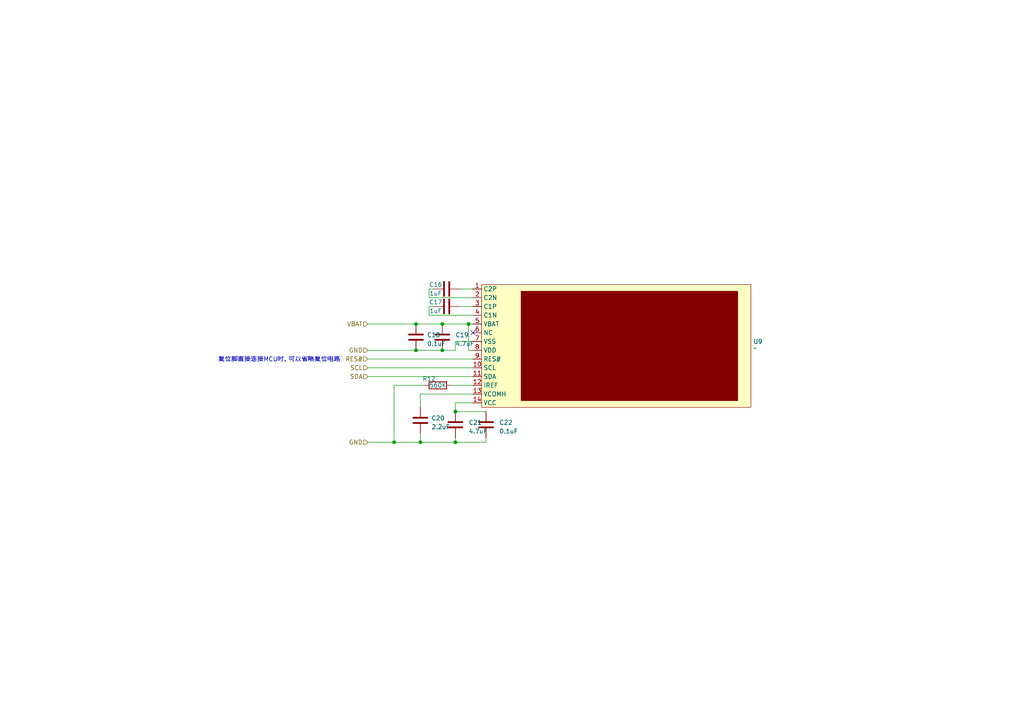
<source format=kicad_sch>
(kicad_sch (version 20231120) (generator "eeschema") (generator_version "8.0")
  (paper "A4")
  (lib_symbols
    (symbol "Device:C" (pin_numbers hide) (pin_names (offset 0.254))
      (property "Reference" "C" (at 0.635 2.54 0))
      (property "Value" "C" (at 0.635 -2.54 0))
      (symbol "C_0_1"
        (polyline (pts (xy -2.032 -0.762) (xy 2.032 -0.762)) (stroke (width 0.508)))
        (polyline (pts (xy -2.032 0.762) (xy 2.032 0.762)) (stroke (width 0.508)))
      )
      (symbol "C_1_1"
        (pin passive line (at 0 3.81 270) (length 2.794) (name "~") (number "1"))
        (pin passive line (at 0 -3.81 90) (length 2.794) (name "~") (number "2"))
      )
    )
    (symbol "Device:R" (pin_numbers hide) (pin_names (offset 0))
      (property "Reference" "R" (at 2.032 0 90))
      (property "Value" "R" (at 0 0 90))
      (symbol "R_0_1"
        (rectangle (start -1.016 -2.54) (end 1.016 2.54) (stroke (width 0.254)))
      )
      (symbol "R_1_1"
        (pin passive line (at 0 3.81 270) (length 1.27) (name "~") (number "1"))
        (pin passive line (at 0 -3.81 90) (length 1.27) (name "~") (number "2"))
      )
    )
    (symbol "my_symbol:iic_oled_12864_ssd1312"
      (property "Reference" "U" (at -21.59 0.635 0))
      (symbol "iic_oled_12864_ssd1312_0_0"
        (text_box "可视区域 0.96寸\n64*128" (at -9.525 3.81 0) (size 31.115 -6.35) (stroke (width -0.0001)) (effects (font (size 1.27 1.27)) (justify top)))
      )
      (symbol "iic_oled_12864_ssd1312_1_1"
        (rectangle (start -36.83 17.78) (end 41.275 -17.78) (fill (type background)))
        (rectangle (start -25.4 15.875) (end 37.465 -15.875) (fill (type outline)))
        (pin input line (at -39.37 16.51 0) (length 2.54) (name "C2P") (number "1"))
        (pin input line (at -39.37 -6.35 0) (length 2.54) (name "SCL") (number "10"))
        (pin input line (at -39.37 -8.89 0) (length 2.54) (name "SDA") (number "11"))
        (pin input line (at -39.37 -11.43 0) (length 2.54) (name "IREF") (number "12"))
        (pin input line (at -39.37 -13.97 0) (length 2.54) (name "VCOMH") (number "13"))
        (pin input line (at -39.37 -16.51 0) (length 2.54) (name "VCC") (number "14"))
        (pin input line (at -39.37 13.97 0) (length 2.54) (name "C2N") (number "2"))
        (pin input line (at -39.37 11.43 0) (length 2.54) (name "C1P") (number "3"))
        (pin input line (at -39.37 8.89 0) (length 2.54) (name "C1N") (number "4"))
        (pin input line (at -39.37 6.35 0) (length 2.54) (name "VBAT") (number "5"))
        (pin input line (at -39.37 3.81 0) (length 2.54) (name "NC") (number "6"))
        (pin input line (at -39.37 1.27 0) (length 2.54) (name "VSS") (number "7"))
        (pin input line (at -39.37 -1.27 0) (length 2.54) (name "VDD") (number "8"))
        (pin input line (at -39.37 -3.81 0) (length 2.54) (name "RES#") (number "9"))
      )
    )
  )
  (junction (at 121.92 128.27))
  (junction (at 120.65 101.6))
  (junction (at 132.08 128.27))
  (junction (at 132.08 119.38))
  (junction (at 135.89 93.98))
  (junction (at 128.27 93.98))
  (junction (at 120.65 93.98))
  (junction (at 114.3 128.27))
  (junction (at 128.27 101.6))
  (no_connect (at 137.16 96.52))
  (wire (pts (xy 121.92 125.73) (xy 121.92 128.27)))
  (wire (pts (xy 124.46 91.44) (xy 137.16 91.44)))
  (wire (pts (xy 121.92 128.27) (xy 132.08 128.27)))
  (wire (pts (xy 137.16 101.6) (xy 135.89 101.6)))
  (wire (pts (xy 135.89 93.98) (xy 137.16 93.98)))
  (wire (pts (xy 140.97 127) (xy 140.97 128.27)))
  (wire (pts (xy 132.08 127) (xy 132.08 128.27)))
  (wire (pts (xy 135.89 101.6) (xy 135.89 93.98)))
  (wire (pts (xy 106.68 109.22) (xy 137.16 109.22)))
  (wire (pts (xy 132.08 128.27) (xy 140.97 128.27)))
  (wire (pts (xy 124.46 86.36) (xy 137.16 86.36)))
  (wire (pts (xy 133.35 83.82) (xy 137.16 83.82)))
  (wire (pts (xy 128.27 101.6) (xy 132.08 101.6)))
  (wire (pts (xy 106.68 106.68) (xy 137.16 106.68)))
  (wire (pts (xy 121.92 114.3) (xy 121.92 118.11)))
  (wire (pts (xy 130.81 111.76) (xy 137.16 111.76)))
  (wire (pts (xy 114.3 128.27) (xy 121.92 128.27)))
  (wire (pts (xy 132.08 99.06) (xy 132.08 101.6)))
  (wire (pts (xy 128.27 93.98) (xy 135.89 93.98)))
  (wire (pts (xy 106.68 128.27) (xy 114.3 128.27)))
  (wire (pts (xy 137.16 114.3) (xy 121.92 114.3)))
  (wire (pts (xy 123.19 111.76) (xy 114.3 111.76)))
  (wire (pts (xy 120.65 101.6) (xy 128.27 101.6)))
  (wire (pts (xy 114.3 111.76) (xy 114.3 128.27)))
  (wire (pts (xy 133.35 88.9) (xy 137.16 88.9)))
  (wire (pts (xy 137.16 116.84) (xy 132.08 116.84)))
  (wire (pts (xy 124.46 88.9) (xy 124.46 91.44)))
  (wire (pts (xy 120.65 93.98) (xy 128.27 93.98)))
  (wire (pts (xy 106.68 104.14) (xy 137.16 104.14)))
  (wire (pts (xy 125.73 88.9) (xy 124.46 88.9)))
  (wire (pts (xy 106.68 93.98) (xy 120.65 93.98)))
  (wire (pts (xy 124.46 83.82) (xy 124.46 86.36)))
  (wire (pts (xy 132.08 119.38) (xy 140.97 119.38)))
  (wire (pts (xy 132.08 116.84) (xy 132.08 119.38)))
  (wire (pts (xy 125.73 83.82) (xy 124.46 83.82)))
  (wire (pts (xy 106.68 101.6) (xy 120.65 101.6)))
  (wire (pts (xy 137.16 99.06) (xy 132.08 99.06)))
  (text "复位脚直接连接MCU时，可以省略复位电路" (at 81.026 104.394 0) (effects (font (size 1.27 1.27))))
  (hierarchical_label "GND" (shape input) (at 106.68 128.27 180))
  (hierarchical_label "RES#" (shape input) (at 106.68 104.14 180))
  (hierarchical_label "SCL" (shape input) (at 106.68 106.68 180))
  (hierarchical_label "SDA" (shape input) (at 106.68 109.22 180))
  (hierarchical_label "VBAT" (shape input) (at 106.68 93.98 180))
  (hierarchical_label "GND" (shape input) (at 106.68 101.6 180))
  (symbol (lib_id "Device:C") (at 129.54 88.9 90) (unit 1)
    (property "Reference" "C17" (at 126.365 87.63 90))
    (property "Value" "1uF" (at 126.365 90.17 90))
    (property "Footprint" "Capacitor_SMD:C_0402_1005Metric" (effects (hide yes)))
  )
  (symbol (lib_id "Device:C") (at 129.54 83.82 90) (unit 1)
    (property "Reference" "C16" (at 126.365 82.55 90))
    (property "Value" "1uF" (at 126.365 85.09 90))
    (property "Footprint" "Capacitor_SMD:C_0402_1005Metric" (effects (hide yes)))
  )
  (symbol (lib_id "my_symbol:iic_oled_12864_ssd1312") (at 176.53 100.33 0) (unit 1)
    (property "Reference" "U9" (at 218.44 99.0599 0) (effects (justify left)))
    (property "Value" "~" (at 218.44 100.965 0) (effects (justify left)))
    (property "Footprint" "my_footprint:iic_oled_12864_ssd1312_2" (effects (hide yes)))
  )
  (symbol (lib_id "Device:C") (at 132.08 123.19 0) (unit 1)
    (property "Reference" "C21" (at 135.89 122.555 0) (effects (justify left)))
    (property "Value" "4.7uF" (at 135.89 125.095 0) (effects (justify left)))
    (property "Footprint" "Capacitor_SMD:C_0402_1005Metric" (effects (hide yes)))
  )
  (symbol (lib_id "Device:C") (at 128.27 97.79 0) (unit 1)
    (property "Reference" "C19" (at 132.08 97.155 0) (effects (justify left)))
    (property "Value" "4.7uF" (at 132.08 99.695 0) (effects (justify left)))
    (property "Footprint" "Capacitor_SMD:C_0402_1005Metric" (effects (hide yes)))
  )
  (symbol (lib_id "Device:C") (at 121.92 121.92 0) (unit 1)
    (property "Reference" "C20" (at 125.095 121.285 0) (effects (justify left)))
    (property "Value" "2.2uF" (at 125.095 123.825 0) (effects (justify left)))
    (property "Footprint" "Capacitor_SMD:C_0402_1005Metric" (effects (hide yes)))
  )
  (symbol (lib_id "Device:C") (at 120.65 97.79 0) (unit 1)
    (property "Reference" "C18" (at 123.825 97.155 0) (effects (justify left)))
    (property "Value" "0.1uF" (at 123.825 99.695 0) (effects (justify left)))
    (property "Footprint" "Capacitor_SMD:C_0402_1005Metric" (effects (hide yes)))
  )
  (symbol (lib_id "Device:C") (at 140.97 123.19 0) (unit 1)
    (property "Reference" "C22" (at 144.78 122.555 0) (effects (justify left)))
    (property "Value" "0.1uF" (at 144.78 125.095 0) (effects (justify left)))
    (property "Footprint" "Capacitor_SMD:C_0402_1005Metric" (effects (hide yes)))
  )
  (symbol (lib_id "Device:R") (at 127 111.76 90) (unit 1)
    (property "Reference" "R12" (at 124.46 109.855 90))
    (property "Value" "560K" (at 127 111.76 90))
    (property "Footprint" "Resistor_SMD:R_0402_1005Metric" (effects (hide yes)))
  )
)
</source>
